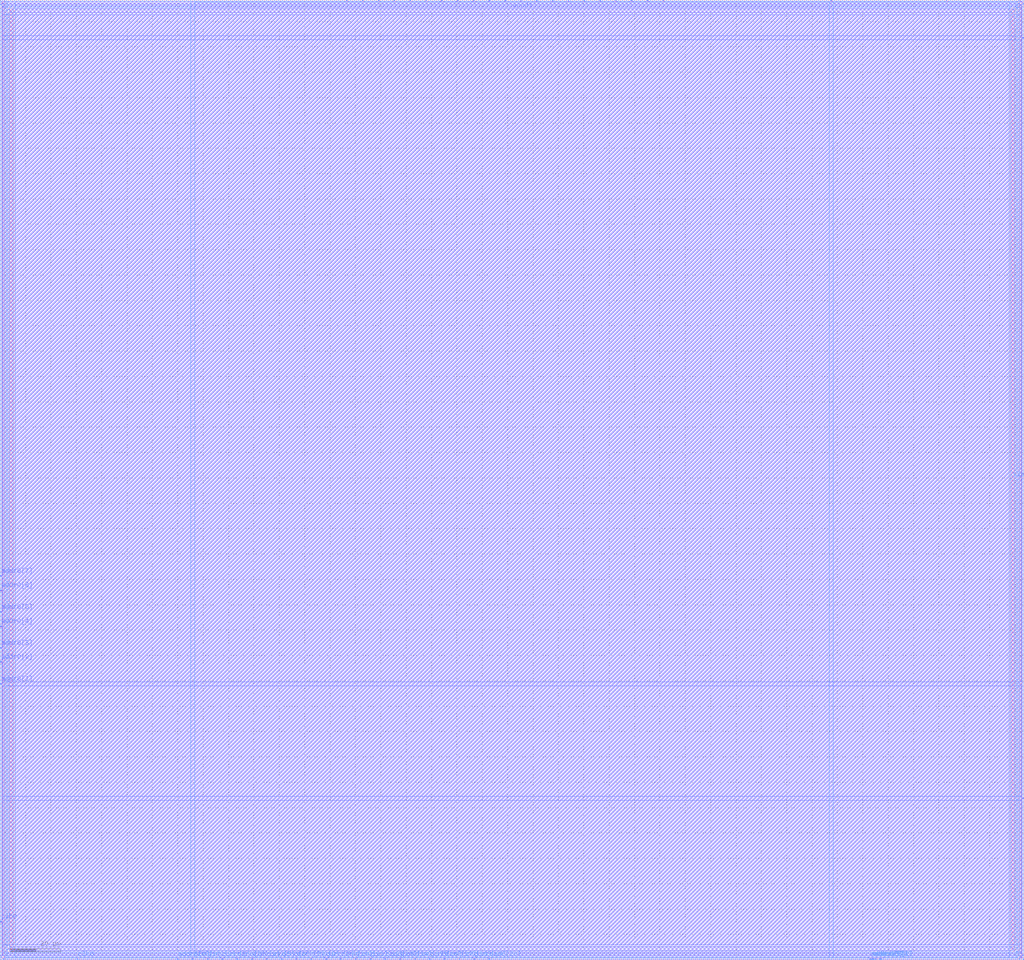
<source format=lef>
VERSION 5.4 ;
NAMESCASESENSITIVE ON ;
BUSBITCHARS "[]" ;
DIVIDERCHAR "/" ;
UNITS
  DATABASE MICRONS 2000 ;
END UNITS
MACRO dcache_tag_ram
   CLASS BLOCK ;
   SIZE 403.42 BY 378.58 ;
   SYMMETRY X Y R90 ;
   PIN din0[0]
      DIRECTION INPUT ;
      PORT
         LAYER met4 ;
         RECT  75.7 0.0 76.08 0.38 ;
      END
   END din0[0]
   PIN din0[1]
      DIRECTION INPUT ;
      PORT
         LAYER met4 ;
         RECT  81.54 0.0 81.92 0.38 ;
      END
   END din0[1]
   PIN din0[2]
      DIRECTION INPUT ;
      PORT
         LAYER met4 ;
         RECT  87.38 0.0 87.76 0.38 ;
      END
   END din0[2]
   PIN din0[3]
      DIRECTION INPUT ;
      PORT
         LAYER met4 ;
         RECT  93.22 0.0 93.6 0.38 ;
      END
   END din0[3]
   PIN din0[4]
      DIRECTION INPUT ;
      PORT
         LAYER met4 ;
         RECT  99.06 0.0 99.44 0.38 ;
      END
   END din0[4]
   PIN din0[5]
      DIRECTION INPUT ;
      PORT
         LAYER met4 ;
         RECT  104.9 0.0 105.28 0.38 ;
      END
   END din0[5]
   PIN din0[6]
      DIRECTION INPUT ;
      PORT
         LAYER met4 ;
         RECT  110.74 0.0 111.12 0.38 ;
      END
   END din0[6]
   PIN din0[7]
      DIRECTION INPUT ;
      PORT
         LAYER met4 ;
         RECT  116.58 0.0 116.96 0.38 ;
      END
   END din0[7]
   PIN din0[8]
      DIRECTION INPUT ;
      PORT
         LAYER met4 ;
         RECT  122.42 0.0 122.8 0.38 ;
      END
   END din0[8]
   PIN din0[9]
      DIRECTION INPUT ;
      PORT
         LAYER met4 ;
         RECT  128.26 0.0 128.64 0.38 ;
      END
   END din0[9]
   PIN din0[10]
      DIRECTION INPUT ;
      PORT
         LAYER met4 ;
         RECT  134.1 0.0 134.48 0.38 ;
      END
   END din0[10]
   PIN din0[11]
      DIRECTION INPUT ;
      PORT
         LAYER met4 ;
         RECT  139.94 0.0 140.32 0.38 ;
      END
   END din0[11]
   PIN din0[12]
      DIRECTION INPUT ;
      PORT
         LAYER met4 ;
         RECT  145.78 0.0 146.16 0.38 ;
      END
   END din0[12]
   PIN din0[13]
      DIRECTION INPUT ;
      PORT
         LAYER met4 ;
         RECT  151.62 0.0 152.0 0.38 ;
      END
   END din0[13]
   PIN din0[14]
      DIRECTION INPUT ;
      PORT
         LAYER met4 ;
         RECT  157.46 0.0 157.84 0.38 ;
      END
   END din0[14]
   PIN din0[15]
      DIRECTION INPUT ;
      PORT
         LAYER met4 ;
         RECT  163.3 0.0 163.68 0.38 ;
      END
   END din0[15]
   PIN din0[16]
      DIRECTION INPUT ;
      PORT
         LAYER met4 ;
         RECT  169.14 0.0 169.52 0.38 ;
      END
   END din0[16]
   PIN din0[17]
      DIRECTION INPUT ;
      PORT
         LAYER met4 ;
         RECT  174.98 0.0 175.36 0.38 ;
      END
   END din0[17]
   PIN din0[18]
      DIRECTION INPUT ;
      PORT
         LAYER met4 ;
         RECT  180.82 0.0 181.2 0.38 ;
      END
   END din0[18]
   PIN din0[19]
      DIRECTION INPUT ;
      PORT
         LAYER met4 ;
         RECT  186.66 0.0 187.04 0.38 ;
      END
   END din0[19]
   PIN din0[20]
      DIRECTION INPUT ;
      PORT
         LAYER met4 ;
         RECT  192.5 0.0 192.88 0.38 ;
      END
   END din0[20]
   PIN addr0[0]
      DIRECTION INPUT ;
      PORT
         LAYER met4 ;
         RECT  69.86 0.0 70.24 0.38 ;
      END
   END addr0[0]
   PIN addr0[1]
      DIRECTION INPUT ;
      PORT
         LAYER met3 ;
         RECT  0.0 108.68 0.38 109.06 ;
      END
   END addr0[1]
   PIN addr0[2]
      DIRECTION INPUT ;
      PORT
         LAYER met3 ;
         RECT  0.0 117.18 0.38 117.56 ;
      END
   END addr0[2]
   PIN addr0[3]
      DIRECTION INPUT ;
      PORT
         LAYER met3 ;
         RECT  0.0 122.82 0.38 123.2 ;
      END
   END addr0[3]
   PIN addr0[4]
      DIRECTION INPUT ;
      PORT
         LAYER met3 ;
         RECT  0.0 131.32 0.38 131.7 ;
      END
   END addr0[4]
   PIN addr0[5]
      DIRECTION INPUT ;
      PORT
         LAYER met3 ;
         RECT  0.0 136.96 0.38 137.34 ;
      END
   END addr0[5]
   PIN addr0[6]
      DIRECTION INPUT ;
      PORT
         LAYER met3 ;
         RECT  0.0 145.46 0.38 145.84 ;
      END
   END addr0[6]
   PIN addr0[7]
      DIRECTION INPUT ;
      PORT
         LAYER met3 ;
         RECT  0.0 151.1 0.38 151.48 ;
      END
   END addr0[7]
   PIN addr1[0]
      DIRECTION INPUT ;
      PORT
         LAYER met4 ;
         RECT  327.34 378.2 327.72 378.58 ;
      END
   END addr1[0]
   PIN addr1[1]
      DIRECTION INPUT ;
      PORT
         LAYER met3 ;
         RECT  403.04 63.54 403.42 63.92 ;
      END
   END addr1[1]
   PIN addr1[2]
      DIRECTION INPUT ;
      PORT
         LAYER met4 ;
         RECT  347.09 0.0 347.47 0.38 ;
      END
   END addr1[2]
   PIN addr1[3]
      DIRECTION INPUT ;
      PORT
         LAYER met4 ;
         RECT  342.735 0.0 343.115 0.38 ;
      END
   END addr1[3]
   PIN addr1[4]
      DIRECTION INPUT ;
      PORT
         LAYER met4 ;
         RECT  346.4 0.0 346.78 0.38 ;
      END
   END addr1[4]
   PIN addr1[5]
      DIRECTION INPUT ;
      PORT
         LAYER met4 ;
         RECT  343.425 0.0 343.805 0.38 ;
      END
   END addr1[5]
   PIN addr1[6]
      DIRECTION INPUT ;
      PORT
         LAYER met4 ;
         RECT  344.115 0.0 344.495 0.38 ;
      END
   END addr1[6]
   PIN addr1[7]
      DIRECTION INPUT ;
      PORT
         LAYER met4 ;
         RECT  344.86 0.0 345.24 0.38 ;
      END
   END addr1[7]
   PIN csb0
      DIRECTION INPUT ;
      PORT
         LAYER met3 ;
         RECT  0.0 14.87 0.38 15.25 ;
      END
   END csb0
   PIN csb1
      DIRECTION INPUT ;
      PORT
         LAYER met3 ;
         RECT  403.04 363.33 403.42 363.71 ;
      END
   END csb1
   PIN clk0
      DIRECTION INPUT ;
      PORT
         LAYER met4 ;
         RECT  30.26 0.0 30.64 0.38 ;
      END
   END clk0
   PIN clk1
      DIRECTION INPUT ;
      PORT
         LAYER met4 ;
         RECT  372.78 378.2 373.16 378.58 ;
      END
   END clk1
   PIN dout1[0]
      DIRECTION OUTPUT ;
      PORT
         LAYER met4 ;
         RECT  136.425 378.2 136.805 378.58 ;
      END
   END dout1[0]
   PIN dout1[1]
      DIRECTION OUTPUT ;
      PORT
         LAYER met4 ;
         RECT  142.665 378.2 143.045 378.58 ;
      END
   END dout1[1]
   PIN dout1[2]
      DIRECTION OUTPUT ;
      PORT
         LAYER met4 ;
         RECT  148.905 378.2 149.285 378.58 ;
      END
   END dout1[2]
   PIN dout1[3]
      DIRECTION OUTPUT ;
      PORT
         LAYER met4 ;
         RECT  155.145 378.2 155.525 378.58 ;
      END
   END dout1[3]
   PIN dout1[4]
      DIRECTION OUTPUT ;
      PORT
         LAYER met4 ;
         RECT  161.385 378.2 161.765 378.58 ;
      END
   END dout1[4]
   PIN dout1[5]
      DIRECTION OUTPUT ;
      PORT
         LAYER met4 ;
         RECT  167.625 378.2 168.005 378.58 ;
      END
   END dout1[5]
   PIN dout1[6]
      DIRECTION OUTPUT ;
      PORT
         LAYER met4 ;
         RECT  173.865 378.2 174.245 378.58 ;
      END
   END dout1[6]
   PIN dout1[7]
      DIRECTION OUTPUT ;
      PORT
         LAYER met4 ;
         RECT  180.105 378.2 180.485 378.58 ;
      END
   END dout1[7]
   PIN dout1[8]
      DIRECTION OUTPUT ;
      PORT
         LAYER met4 ;
         RECT  186.345 378.2 186.725 378.58 ;
      END
   END dout1[8]
   PIN dout1[9]
      DIRECTION OUTPUT ;
      PORT
         LAYER met4 ;
         RECT  192.585 378.2 192.965 378.58 ;
      END
   END dout1[9]
   PIN dout1[10]
      DIRECTION OUTPUT ;
      PORT
         LAYER met4 ;
         RECT  198.825 378.2 199.205 378.58 ;
      END
   END dout1[10]
   PIN dout1[11]
      DIRECTION OUTPUT ;
      PORT
         LAYER met4 ;
         RECT  205.065 378.2 205.445 378.58 ;
      END
   END dout1[11]
   PIN dout1[12]
      DIRECTION OUTPUT ;
      PORT
         LAYER met4 ;
         RECT  211.305 378.2 211.685 378.58 ;
      END
   END dout1[12]
   PIN dout1[13]
      DIRECTION OUTPUT ;
      PORT
         LAYER met4 ;
         RECT  217.545 378.2 217.925 378.58 ;
      END
   END dout1[13]
   PIN dout1[14]
      DIRECTION OUTPUT ;
      PORT
         LAYER met4 ;
         RECT  223.785 378.2 224.165 378.58 ;
      END
   END dout1[14]
   PIN dout1[15]
      DIRECTION OUTPUT ;
      PORT
         LAYER met4 ;
         RECT  230.025 378.2 230.405 378.58 ;
      END
   END dout1[15]
   PIN dout1[16]
      DIRECTION OUTPUT ;
      PORT
         LAYER met4 ;
         RECT  236.265 378.2 236.645 378.58 ;
      END
   END dout1[16]
   PIN dout1[17]
      DIRECTION OUTPUT ;
      PORT
         LAYER met4 ;
         RECT  242.505 378.2 242.885 378.58 ;
      END
   END dout1[17]
   PIN dout1[18]
      DIRECTION OUTPUT ;
      PORT
         LAYER met4 ;
         RECT  248.745 378.2 249.125 378.58 ;
      END
   END dout1[18]
   PIN dout1[19]
      DIRECTION OUTPUT ;
      PORT
         LAYER met4 ;
         RECT  254.985 378.2 255.365 378.58 ;
      END
   END dout1[19]
   PIN dout1[20]
      DIRECTION OUTPUT ;
      PORT
         LAYER met4 ;
         RECT  261.225 378.2 261.605 378.58 ;
      END
   END dout1[20]
   PIN vccd1
      DIRECTION INOUT ;
      USE POWER ; 
      SHAPE ABUTMENT ; 
      PORT
         LAYER met4 ;
         RECT  0.0 0.0 1.74 378.58 ;
         LAYER met3 ;
         RECT  0.0 0.0 403.42 1.74 ;
         LAYER met4 ;
         RECT  401.68 0.0 403.42 378.58 ;
         LAYER met3 ;
         RECT  0.0 376.84 403.42 378.58 ;
      END
   END vccd1
   PIN vssd1
      DIRECTION INOUT ;
      USE GROUND ; 
      SHAPE ABUTMENT ; 
      PORT
         LAYER met4 ;
         RECT  3.48 3.48 5.22 375.1 ;
         LAYER met3 ;
         RECT  3.48 3.48 399.94 5.22 ;
         LAYER met3 ;
         RECT  3.48 373.36 399.94 375.1 ;
         LAYER met4 ;
         RECT  398.2 3.48 399.94 375.1 ;
      END
   END vssd1
   OBS
   LAYER  met1 ;
      RECT  0.62 0.62 402.8 377.96 ;
   LAYER  met2 ;
      RECT  0.62 0.62 402.8 377.96 ;
   LAYER  met3 ;
      RECT  0.98 108.08 402.8 109.66 ;
      RECT  0.62 109.66 0.98 116.58 ;
      RECT  0.62 118.16 0.98 122.22 ;
      RECT  0.62 123.8 0.98 130.72 ;
      RECT  0.62 132.3 0.98 136.36 ;
      RECT  0.62 137.94 0.98 144.86 ;
      RECT  0.62 146.44 0.98 150.5 ;
      RECT  0.98 62.94 402.44 64.52 ;
      RECT  0.98 64.52 402.44 108.08 ;
      RECT  402.44 64.52 402.8 108.08 ;
      RECT  0.62 15.85 0.98 108.08 ;
      RECT  0.98 109.66 402.44 362.73 ;
      RECT  0.98 362.73 402.44 364.31 ;
      RECT  402.44 109.66 402.8 362.73 ;
      RECT  402.44 2.34 402.8 62.94 ;
      RECT  0.62 2.34 0.98 14.27 ;
      RECT  0.62 152.08 0.98 376.24 ;
      RECT  402.44 364.31 402.8 376.24 ;
      RECT  0.98 2.34 2.88 2.88 ;
      RECT  0.98 2.88 2.88 5.82 ;
      RECT  0.98 5.82 2.88 62.94 ;
      RECT  2.88 2.34 400.54 2.88 ;
      RECT  2.88 5.82 400.54 62.94 ;
      RECT  400.54 2.34 402.44 2.88 ;
      RECT  400.54 2.88 402.44 5.82 ;
      RECT  400.54 5.82 402.44 62.94 ;
      RECT  0.98 364.31 2.88 372.76 ;
      RECT  0.98 372.76 2.88 375.7 ;
      RECT  0.98 375.7 2.88 376.24 ;
      RECT  2.88 364.31 400.54 372.76 ;
      RECT  2.88 375.7 400.54 376.24 ;
      RECT  400.54 364.31 402.44 372.76 ;
      RECT  400.54 372.76 402.44 375.7 ;
      RECT  400.54 375.7 402.44 376.24 ;
   LAYER  met4 ;
      RECT  75.1 0.98 76.68 377.96 ;
      RECT  76.68 0.62 80.94 0.98 ;
      RECT  82.52 0.62 86.78 0.98 ;
      RECT  88.36 0.62 92.62 0.98 ;
      RECT  94.2 0.62 98.46 0.98 ;
      RECT  100.04 0.62 104.3 0.98 ;
      RECT  105.88 0.62 110.14 0.98 ;
      RECT  111.72 0.62 115.98 0.98 ;
      RECT  117.56 0.62 121.82 0.98 ;
      RECT  123.4 0.62 127.66 0.98 ;
      RECT  129.24 0.62 133.5 0.98 ;
      RECT  135.08 0.62 139.34 0.98 ;
      RECT  140.92 0.62 145.18 0.98 ;
      RECT  146.76 0.62 151.02 0.98 ;
      RECT  152.6 0.62 156.86 0.98 ;
      RECT  158.44 0.62 162.7 0.98 ;
      RECT  164.28 0.62 168.54 0.98 ;
      RECT  170.12 0.62 174.38 0.98 ;
      RECT  175.96 0.62 180.22 0.98 ;
      RECT  181.8 0.62 186.06 0.98 ;
      RECT  187.64 0.62 191.9 0.98 ;
      RECT  70.84 0.62 75.1 0.98 ;
      RECT  76.68 0.98 326.74 377.6 ;
      RECT  326.74 0.98 328.32 377.6 ;
      RECT  193.48 0.62 342.135 0.98 ;
      RECT  31.24 0.62 69.26 0.98 ;
      RECT  328.32 377.6 372.18 377.96 ;
      RECT  76.68 377.6 135.825 377.96 ;
      RECT  137.405 377.6 142.065 377.96 ;
      RECT  143.645 377.6 148.305 377.96 ;
      RECT  149.885 377.6 154.545 377.96 ;
      RECT  156.125 377.6 160.785 377.96 ;
      RECT  162.365 377.6 167.025 377.96 ;
      RECT  168.605 377.6 173.265 377.96 ;
      RECT  174.845 377.6 179.505 377.96 ;
      RECT  181.085 377.6 185.745 377.96 ;
      RECT  187.325 377.6 191.985 377.96 ;
      RECT  193.565 377.6 198.225 377.96 ;
      RECT  199.805 377.6 204.465 377.96 ;
      RECT  206.045 377.6 210.705 377.96 ;
      RECT  212.285 377.6 216.945 377.96 ;
      RECT  218.525 377.6 223.185 377.96 ;
      RECT  224.765 377.6 229.425 377.96 ;
      RECT  231.005 377.6 235.665 377.96 ;
      RECT  237.245 377.6 241.905 377.96 ;
      RECT  243.485 377.6 248.145 377.96 ;
      RECT  249.725 377.6 254.385 377.96 ;
      RECT  255.965 377.6 260.625 377.96 ;
      RECT  262.205 377.6 326.74 377.96 ;
      RECT  2.34 0.62 29.66 0.98 ;
      RECT  348.07 0.62 401.08 0.98 ;
      RECT  373.76 377.6 401.08 377.96 ;
      RECT  2.34 0.98 2.88 2.88 ;
      RECT  2.34 2.88 2.88 375.7 ;
      RECT  2.34 375.7 2.88 377.96 ;
      RECT  2.88 0.98 5.82 2.88 ;
      RECT  2.88 375.7 5.82 377.96 ;
      RECT  5.82 0.98 75.1 2.88 ;
      RECT  5.82 2.88 75.1 375.7 ;
      RECT  5.82 375.7 75.1 377.96 ;
      RECT  328.32 0.98 397.6 2.88 ;
      RECT  328.32 2.88 397.6 375.7 ;
      RECT  328.32 375.7 397.6 377.6 ;
      RECT  397.6 0.98 400.54 2.88 ;
      RECT  397.6 375.7 400.54 377.6 ;
      RECT  400.54 0.98 401.08 2.88 ;
      RECT  400.54 2.88 401.08 375.7 ;
      RECT  400.54 375.7 401.08 377.6 ;
   END
END    dcache_tag_ram
END    LIBRARY

</source>
